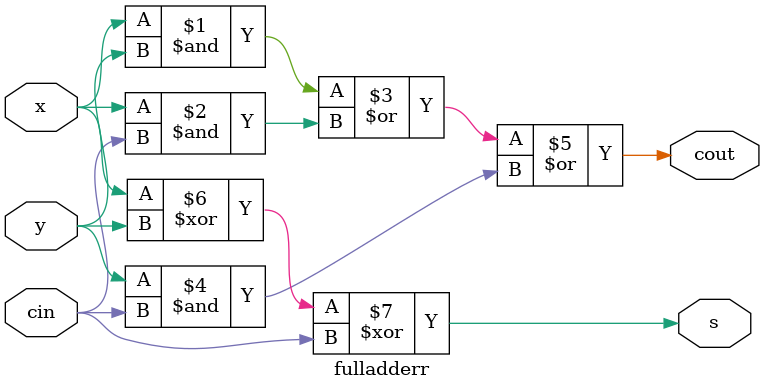
<source format=v>


module fulladder(LEDR, SW);
    input [9:0] SW;
    output [9:0] LEDR;

    fulladderr f0(
        .x(SW[2]),
        .y(SW[1]),
		  .cin(SW[0]),
        .cout(LEDR[1]),
        .s(LEDR[0])
        );
endmodule

module fulladderr(x, y, cin, cout,s);
    input x, y, cin; 
    output cout,s; 
  
    assign cout = x & y | x & cin | y & cin;
	 assign s = x ^ y ^ cin;
	 

endmodule


</source>
